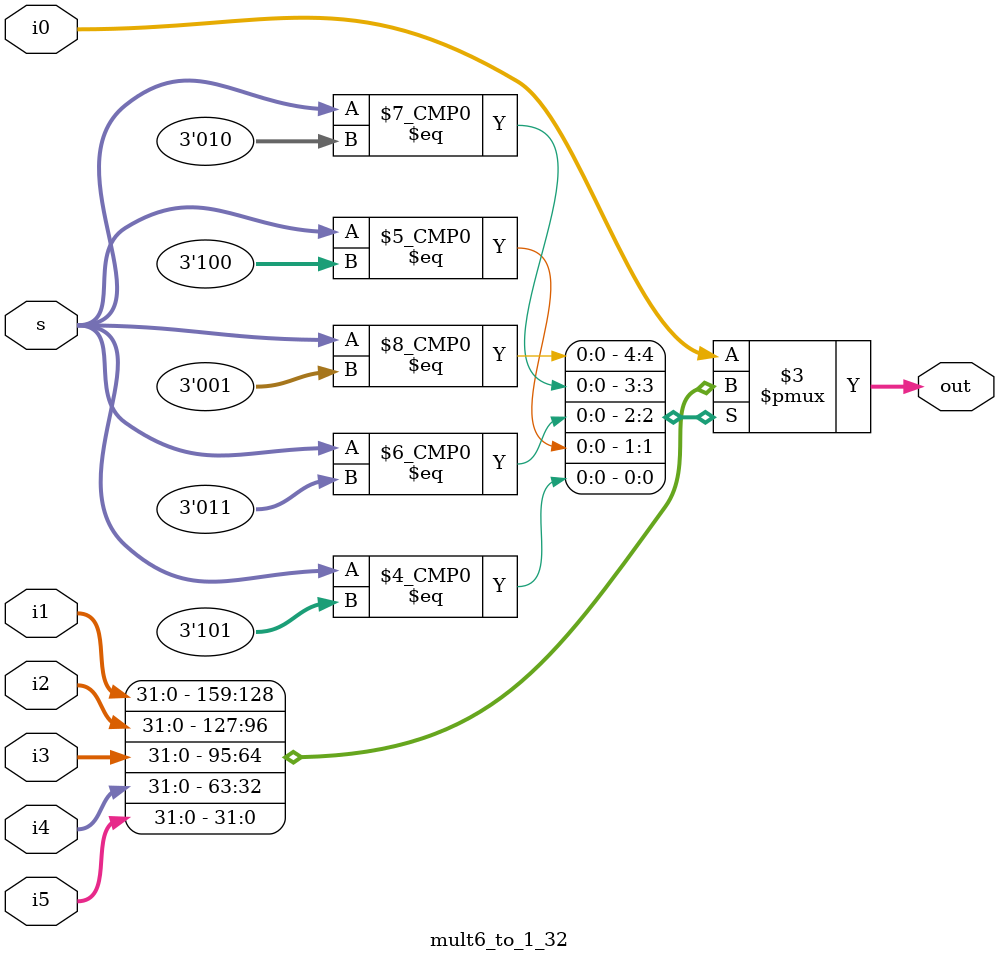
<source format=v>
module mult6_to_1_32(out, i0, i1, i2, i3, i4, i5, s);
input [31:0] i0, i1, i2, i3, i4, i5;
input [2:0] s;
output reg [31:0] out;

always @(i0 or i1 or i2 or i3 or i4 or i5 or s)
begin
	case(s)
		3'b000: out = i0;
		3'b001: out = i1;
		3'b010: out = i2;
		3'b011: out = i3;
		3'b100: out = i4;
		3'b101: out = i5;
		default:out = i0;
	endcase
end
endmodule
</source>
